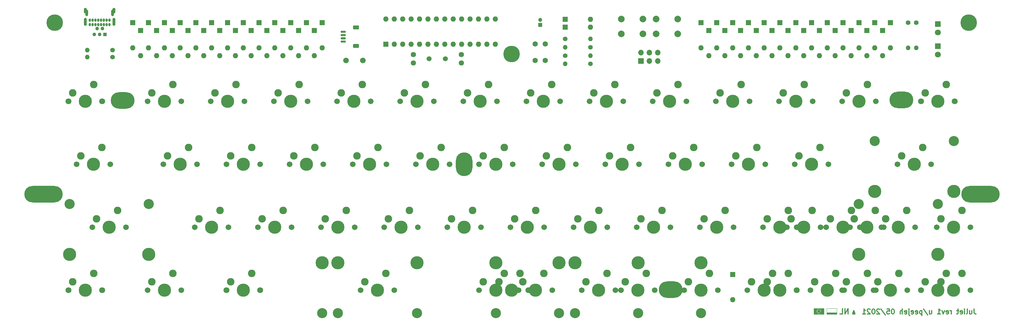
<source format=gbr>
G04 #@! TF.GenerationSoftware,KiCad,Pcbnew,(5.1.10-1-10_14)*
G04 #@! TF.CreationDate,2021-08-20T18:03:13+02:00*
G04 #@! TF.ProjectId,juliet,6a756c69-6574-42e6-9b69-6361645f7063,1*
G04 #@! TF.SameCoordinates,Original*
G04 #@! TF.FileFunction,Soldermask,Bot*
G04 #@! TF.FilePolarity,Negative*
%FSLAX46Y46*%
G04 Gerber Fmt 4.6, Leading zero omitted, Abs format (unit mm)*
G04 Created by KiCad (PCBNEW (5.1.10-1-10_14)) date 2021-08-20 18:03:13*
%MOMM*%
%LPD*%
G01*
G04 APERTURE LIST*
%ADD10C,0.300000*%
%ADD11C,0.120000*%
%ADD12C,0.500000*%
%ADD13C,0.160000*%
%ADD14C,0.100000*%
%ADD15C,3.987800*%
%ADD16C,3.048000*%
%ADD17C,1.701800*%
%ADD18C,2.286000*%
%ADD19C,1.800000*%
%ADD20O,1.600000X1.600000*%
%ADD21R,1.600000X1.600000*%
%ADD22O,0.700000X1.000000*%
%ADD23O,0.900000X2.400000*%
%ADD24O,0.900000X1.700000*%
%ADD25C,1.100000*%
%ADD26R,1.100000X1.100000*%
%ADD27O,0.850000X2.000000*%
%ADD28O,5.000000X7.200000*%
%ADD29O,11.600000X5.000000*%
%ADD30O,7.200000X5.000000*%
%ADD31C,5.000000*%
%ADD32O,1.400000X1.400000*%
%ADD33C,1.400000*%
%ADD34C,1.710000*%
%ADD35R,1.200000X1.200000*%
%ADD36C,1.200000*%
%ADD37C,1.600000*%
%ADD38R,1.700000X1.700000*%
%ADD39O,1.700000X1.700000*%
%ADD40R,1.800000X1.800000*%
%ADD41C,2.000000*%
%ADD42C,1.500000*%
G04 APERTURE END LIST*
D10*
X291913281Y-146220882D02*
X291913281Y-147292311D01*
X291984710Y-147506596D01*
X292127567Y-147649453D01*
X292341853Y-147720882D01*
X292484710Y-147720882D01*
X290556138Y-146720882D02*
X290556138Y-147720882D01*
X291198996Y-146720882D02*
X291198996Y-147506596D01*
X291127567Y-147649453D01*
X290984710Y-147720882D01*
X290770424Y-147720882D01*
X290627567Y-147649453D01*
X290556138Y-147578025D01*
X289627567Y-147720882D02*
X289770424Y-147649453D01*
X289841853Y-147506596D01*
X289841853Y-146220882D01*
X289056138Y-147720882D02*
X289056138Y-146720882D01*
X289056138Y-146220882D02*
X289127567Y-146292311D01*
X289056138Y-146363739D01*
X288984710Y-146292311D01*
X289056138Y-146220882D01*
X289056138Y-146363739D01*
X287770424Y-147649453D02*
X287913281Y-147720882D01*
X288198996Y-147720882D01*
X288341853Y-147649453D01*
X288413281Y-147506596D01*
X288413281Y-146935168D01*
X288341853Y-146792311D01*
X288198996Y-146720882D01*
X287913281Y-146720882D01*
X287770424Y-146792311D01*
X287698996Y-146935168D01*
X287698996Y-147078025D01*
X288413281Y-147220882D01*
X287270424Y-146720882D02*
X286698996Y-146720882D01*
X287056138Y-146220882D02*
X287056138Y-147506596D01*
X286984710Y-147649453D01*
X286841853Y-147720882D01*
X286698996Y-147720882D01*
X285056138Y-147720882D02*
X285056138Y-146720882D01*
X285056138Y-147006596D02*
X284984710Y-146863739D01*
X284913281Y-146792311D01*
X284770424Y-146720882D01*
X284627567Y-146720882D01*
X283556138Y-147649453D02*
X283698996Y-147720882D01*
X283984710Y-147720882D01*
X284127567Y-147649453D01*
X284198996Y-147506596D01*
X284198996Y-146935168D01*
X284127567Y-146792311D01*
X283984710Y-146720882D01*
X283698996Y-146720882D01*
X283556138Y-146792311D01*
X283484710Y-146935168D01*
X283484710Y-147078025D01*
X284198996Y-147220882D01*
X282984710Y-146720882D02*
X282627567Y-147720882D01*
X282270424Y-146720882D01*
X280913281Y-147720882D02*
X281770424Y-147720882D01*
X281341853Y-147720882D02*
X281341853Y-146220882D01*
X281484710Y-146435168D01*
X281627567Y-146578025D01*
X281770424Y-146649453D01*
X278484710Y-146720882D02*
X278484710Y-147720882D01*
X279127567Y-146720882D02*
X279127567Y-147506596D01*
X279056138Y-147649453D01*
X278913281Y-147720882D01*
X278698996Y-147720882D01*
X278556138Y-147649453D01*
X278484710Y-147578025D01*
X276698996Y-146149453D02*
X277984710Y-148078025D01*
X276198996Y-146720882D02*
X276198996Y-148220882D01*
X276198996Y-146792311D02*
X276056138Y-146720882D01*
X275770424Y-146720882D01*
X275627567Y-146792311D01*
X275556138Y-146863739D01*
X275484710Y-147006596D01*
X275484710Y-147435168D01*
X275556138Y-147578025D01*
X275627567Y-147649453D01*
X275770424Y-147720882D01*
X276056138Y-147720882D01*
X276198996Y-147649453D01*
X274270424Y-147649453D02*
X274413281Y-147720882D01*
X274698996Y-147720882D01*
X274841853Y-147649453D01*
X274913281Y-147506596D01*
X274913281Y-146935168D01*
X274841853Y-146792311D01*
X274698996Y-146720882D01*
X274413281Y-146720882D01*
X274270424Y-146792311D01*
X274198996Y-146935168D01*
X274198996Y-147078025D01*
X274913281Y-147220882D01*
X272984710Y-147649453D02*
X273127567Y-147720882D01*
X273413281Y-147720882D01*
X273556138Y-147649453D01*
X273627567Y-147506596D01*
X273627567Y-146935168D01*
X273556138Y-146792311D01*
X273413281Y-146720882D01*
X273127567Y-146720882D01*
X272984710Y-146792311D01*
X272913281Y-146935168D01*
X272913281Y-147078025D01*
X273627567Y-147220882D01*
X272270424Y-146720882D02*
X272270424Y-148006596D01*
X272341853Y-148149453D01*
X272484710Y-148220882D01*
X272556138Y-148220882D01*
X272270424Y-146220882D02*
X272341853Y-146292311D01*
X272270424Y-146363739D01*
X272198996Y-146292311D01*
X272270424Y-146220882D01*
X272270424Y-146363739D01*
X270984710Y-147649453D02*
X271127567Y-147720882D01*
X271413281Y-147720882D01*
X271556138Y-147649453D01*
X271627567Y-147506596D01*
X271627567Y-146935168D01*
X271556138Y-146792311D01*
X271413281Y-146720882D01*
X271127567Y-146720882D01*
X270984710Y-146792311D01*
X270913281Y-146935168D01*
X270913281Y-147078025D01*
X271627567Y-147220882D01*
X270270424Y-147720882D02*
X270270424Y-146220882D01*
X269627567Y-147720882D02*
X269627567Y-146935168D01*
X269698996Y-146792311D01*
X269841853Y-146720882D01*
X270056138Y-146720882D01*
X270198996Y-146792311D01*
X270270424Y-146863739D01*
X267484710Y-146220882D02*
X267341853Y-146220882D01*
X267198995Y-146292311D01*
X267127567Y-146363739D01*
X267056138Y-146506596D01*
X266984710Y-146792311D01*
X266984710Y-147149453D01*
X267056138Y-147435168D01*
X267127567Y-147578025D01*
X267198995Y-147649453D01*
X267341853Y-147720882D01*
X267484710Y-147720882D01*
X267627567Y-147649453D01*
X267698995Y-147578025D01*
X267770424Y-147435168D01*
X267841853Y-147149453D01*
X267841853Y-146792311D01*
X267770424Y-146506596D01*
X267698995Y-146363739D01*
X267627567Y-146292311D01*
X267484710Y-146220882D01*
X265627567Y-146220882D02*
X266341853Y-146220882D01*
X266413281Y-146935168D01*
X266341853Y-146863739D01*
X266198995Y-146792311D01*
X265841853Y-146792311D01*
X265698995Y-146863739D01*
X265627567Y-146935168D01*
X265556138Y-147078025D01*
X265556138Y-147435168D01*
X265627567Y-147578025D01*
X265698995Y-147649453D01*
X265841853Y-147720882D01*
X266198995Y-147720882D01*
X266341853Y-147649453D01*
X266413281Y-147578025D01*
X263841853Y-146149453D02*
X265127567Y-148078025D01*
X263413281Y-146363739D02*
X263341853Y-146292311D01*
X263198995Y-146220882D01*
X262841853Y-146220882D01*
X262698995Y-146292311D01*
X262627567Y-146363739D01*
X262556138Y-146506596D01*
X262556138Y-146649453D01*
X262627567Y-146863739D01*
X263484710Y-147720882D01*
X262556138Y-147720882D01*
X261627567Y-146220882D02*
X261484710Y-146220882D01*
X261341853Y-146292311D01*
X261270424Y-146363739D01*
X261198995Y-146506596D01*
X261127567Y-146792311D01*
X261127567Y-147149453D01*
X261198995Y-147435168D01*
X261270424Y-147578025D01*
X261341853Y-147649453D01*
X261484710Y-147720882D01*
X261627567Y-147720882D01*
X261770424Y-147649453D01*
X261841853Y-147578025D01*
X261913281Y-147435168D01*
X261984710Y-147149453D01*
X261984710Y-146792311D01*
X261913281Y-146506596D01*
X261841853Y-146363739D01*
X261770424Y-146292311D01*
X261627567Y-146220882D01*
X260556138Y-146363739D02*
X260484710Y-146292311D01*
X260341853Y-146220882D01*
X259984710Y-146220882D01*
X259841853Y-146292311D01*
X259770424Y-146363739D01*
X259698995Y-146506596D01*
X259698995Y-146649453D01*
X259770424Y-146863739D01*
X260627567Y-147720882D01*
X259698995Y-147720882D01*
X258270424Y-147720882D02*
X259127567Y-147720882D01*
X258698995Y-147720882D02*
X258698995Y-146220882D01*
X258841853Y-146435168D01*
X258984710Y-146578025D01*
X259127567Y-146649453D01*
X253883511Y-147708809D02*
X253883511Y-146108809D01*
X252969226Y-147708809D01*
X252969226Y-146108809D01*
X251445416Y-147708809D02*
X252207321Y-147708809D01*
X252207321Y-146108809D01*
D11*
G36*
X245078750Y-147685000D02*
G01*
X244878750Y-147685000D01*
X244478750Y-147485000D01*
X244278750Y-147085000D01*
X244278750Y-146685000D01*
X244478750Y-146285000D01*
X244778750Y-146085000D01*
X245078750Y-146085000D01*
X245078750Y-145985000D01*
X243578750Y-145985000D01*
X243578750Y-147785000D01*
X245078750Y-147785000D01*
X245078750Y-147685000D01*
G37*
X245078750Y-147685000D02*
X244878750Y-147685000D01*
X244478750Y-147485000D01*
X244278750Y-147085000D01*
X244278750Y-146685000D01*
X244478750Y-146285000D01*
X244778750Y-146085000D01*
X245078750Y-146085000D01*
X245078750Y-145985000D01*
X243578750Y-145985000D01*
X243578750Y-147785000D01*
X245078750Y-147785000D01*
X245078750Y-147685000D01*
G36*
X245078750Y-146085000D02*
G01*
X245278750Y-146085000D01*
X245678750Y-146285000D01*
X245878750Y-146685000D01*
X245878750Y-147085000D01*
X245678750Y-147485000D01*
X245378750Y-147685000D01*
X245078750Y-147685000D01*
X245078750Y-147785000D01*
X246578750Y-147785000D01*
X246578750Y-145985000D01*
X245078750Y-145985000D01*
X245078750Y-146085000D01*
G37*
X245078750Y-146085000D02*
X245278750Y-146085000D01*
X245678750Y-146285000D01*
X245878750Y-146685000D01*
X245878750Y-147085000D01*
X245678750Y-147485000D01*
X245378750Y-147685000D01*
X245078750Y-147685000D01*
X245078750Y-147785000D01*
X246578750Y-147785000D01*
X246578750Y-145985000D01*
X245078750Y-145985000D01*
X245078750Y-146085000D01*
D12*
X245302357Y-146885000D02*
G75*
G03*
X245302357Y-146885000I-223607J0D01*
G01*
D13*
X245840327Y-146885000D02*
G75*
G03*
X245840327Y-146885000I-761577J0D01*
G01*
D14*
G36*
X255178750Y-147385000D02*
G01*
X255178750Y-147785000D01*
X255978750Y-147785000D01*
X255978750Y-147385000D01*
X255678750Y-146485000D01*
X255478750Y-146485000D01*
X255178750Y-147385000D01*
G37*
X255178750Y-147385000D02*
X255178750Y-147785000D01*
X255978750Y-147785000D01*
X255978750Y-147385000D01*
X255678750Y-146485000D01*
X255478750Y-146485000D01*
X255178750Y-147385000D01*
D11*
X250478750Y-145985000D02*
X247478750Y-145985000D01*
X247478750Y-145985000D02*
X247478750Y-147785000D01*
X247478750Y-147785000D02*
X250478750Y-147785000D01*
X250478750Y-147785000D02*
X250478750Y-145985000D01*
D14*
G36*
X247478750Y-147785000D02*
G01*
X250478750Y-147785000D01*
X250478750Y-147285000D01*
X247478750Y-147285000D01*
X247478750Y-147785000D01*
G37*
X247478750Y-147785000D02*
X250478750Y-147785000D01*
X250478750Y-147285000D01*
X247478750Y-147285000D01*
X247478750Y-147785000D01*
D11*
X245220171Y-146285000D02*
G75*
G03*
X245220171Y-146285000I-141421J0D01*
G01*
X245220171Y-147485000D02*
G75*
G03*
X245220171Y-147485000I-141421J0D01*
G01*
X244620171Y-146885000D02*
G75*
G03*
X244620171Y-146885000I-141421J0D01*
G01*
X245820171Y-146885000D02*
G75*
G03*
X245820171Y-146885000I-141421J0D01*
G01*
X245720171Y-146585000D02*
G75*
G03*
X245720171Y-146585000I-141421J0D01*
G01*
X245520171Y-146385000D02*
G75*
G03*
X245520171Y-146385000I-141421J0D01*
G01*
X244920171Y-146385000D02*
G75*
G03*
X244920171Y-146385000I-141421J0D01*
G01*
X244720171Y-146585000D02*
G75*
G03*
X244720171Y-146585000I-141421J0D01*
G01*
X244720171Y-147185000D02*
G75*
G03*
X244720171Y-147185000I-141421J0D01*
G01*
X244920171Y-147385000D02*
G75*
G03*
X244920171Y-147385000I-141421J0D01*
G01*
X245520171Y-147385000D02*
G75*
G03*
X245520171Y-147385000I-141421J0D01*
G01*
X245720171Y-147185000D02*
G75*
G03*
X245720171Y-147185000I-141421J0D01*
G01*
D15*
X166655750Y-132238750D03*
X190531750Y-132238750D03*
D16*
X166655750Y-147478750D03*
X190531750Y-147478750D03*
D17*
X173513750Y-140493750D03*
X183673750Y-140493750D03*
D15*
X178593750Y-140493750D03*
D18*
X174783750Y-137953750D03*
X181133750Y-135413750D03*
D15*
X147605750Y-132238750D03*
X171481750Y-132238750D03*
D16*
X147605750Y-147478750D03*
X171481750Y-147478750D03*
D17*
X154463750Y-140493750D03*
X164623750Y-140493750D03*
D15*
X159543750Y-140493750D03*
D18*
X155733750Y-137953750D03*
X162083750Y-135413750D03*
D15*
X99980750Y-132238750D03*
X123856750Y-132238750D03*
D16*
X99980750Y-147478750D03*
X123856750Y-147478750D03*
D17*
X106838750Y-140493750D03*
X116998750Y-140493750D03*
D15*
X111918750Y-140493750D03*
D18*
X108108750Y-137953750D03*
X114458750Y-135413750D03*
D15*
X281019250Y-129698750D03*
X257143250Y-129698750D03*
D16*
X281019250Y-114458750D03*
X257143250Y-114458750D03*
D17*
X274161250Y-121443750D03*
X264001250Y-121443750D03*
D15*
X269081250Y-121443750D03*
D18*
X265271250Y-118903750D03*
X271621250Y-116363750D03*
D15*
X95250000Y-132238750D03*
X209550000Y-132238750D03*
D16*
X95250000Y-147478750D03*
X209550000Y-147478750D03*
D19*
X147320000Y-140493750D03*
X157480000Y-140493750D03*
D15*
X152400000Y-140493750D03*
D18*
X148590000Y-137953750D03*
X154940000Y-135413750D03*
D17*
X214630000Y-140493750D03*
X204470000Y-140493750D03*
D15*
X209550000Y-140493750D03*
D18*
X205740000Y-137953750D03*
X212090000Y-135413750D03*
D17*
X195580000Y-140493750D03*
X185420000Y-140493750D03*
D15*
X190500000Y-140493750D03*
D18*
X186690000Y-137953750D03*
X193040000Y-135413750D03*
D17*
X152717500Y-140493750D03*
X142557500Y-140493750D03*
D15*
X147637500Y-140493750D03*
D18*
X143827500Y-137953750D03*
X150177500Y-135413750D03*
D20*
X219075000Y-143351250D03*
D21*
X219075000Y-135731250D03*
D22*
X25136968Y-60145127D03*
X25986968Y-60145127D03*
X26836968Y-60145127D03*
X27686968Y-60145127D03*
X28536968Y-60145127D03*
X29386968Y-60145127D03*
X30236968Y-60145127D03*
X31086968Y-60145127D03*
X25986968Y-58795127D03*
X27686968Y-58795127D03*
X26836968Y-58795127D03*
X25136968Y-58795127D03*
X29386968Y-58795127D03*
X30236968Y-58795127D03*
X31086968Y-58795127D03*
X28536968Y-58795127D03*
D23*
X23786968Y-59315127D03*
X32436968Y-59315127D03*
D24*
X23786968Y-55935127D03*
X32436968Y-55935127D03*
D25*
X27308968Y-61339127D03*
X26508968Y-63089127D03*
X28108968Y-63089127D03*
X28908968Y-61339127D03*
D26*
X29708968Y-63089127D03*
D27*
X24208968Y-56639127D03*
X32008968Y-56639127D03*
D20*
X219075000Y-67151250D03*
D21*
X219075000Y-59531250D03*
D20*
X245268750Y-69532500D03*
D21*
X245268750Y-61912500D03*
D28*
X138112616Y-102393836D03*
D29*
X293846250Y-111442500D03*
D30*
X35004375Y-83105625D03*
D15*
X285781750Y-110648750D03*
X261905750Y-110648750D03*
D16*
X285781750Y-95408750D03*
X261905750Y-95408750D03*
D17*
X278923750Y-102393750D03*
X268763750Y-102393750D03*
D15*
X273843750Y-102393750D03*
D18*
X270033750Y-99853750D03*
X276383750Y-97313750D03*
D15*
X42894250Y-129698750D03*
X19018250Y-129698750D03*
D16*
X42894250Y-114458750D03*
X19018250Y-114458750D03*
D17*
X36036250Y-121443750D03*
X25876250Y-121443750D03*
D15*
X30956250Y-121443750D03*
D18*
X27146250Y-118903750D03*
X33496250Y-116363750D03*
D17*
X264636250Y-121443750D03*
X254476250Y-121443750D03*
D15*
X259556250Y-121443750D03*
D18*
X255746250Y-118903750D03*
X262096250Y-116363750D03*
D17*
X245586250Y-121443750D03*
X235426250Y-121443750D03*
D15*
X240506250Y-121443750D03*
D18*
X236696250Y-118903750D03*
X243046250Y-116363750D03*
D17*
X31273750Y-102393836D03*
X21113750Y-102393836D03*
D15*
X26193750Y-102393836D03*
D18*
X22383750Y-99853836D03*
X28733750Y-97313836D03*
D19*
X76517500Y-140493750D03*
X66357500Y-140493750D03*
D15*
X71437500Y-140493750D03*
D18*
X67627500Y-137953750D03*
X73977500Y-135413750D03*
D19*
X28892500Y-140493750D03*
X18732500Y-140493750D03*
D15*
X23812500Y-140493750D03*
D18*
X20002500Y-137953750D03*
X26352500Y-135413750D03*
D19*
X286067500Y-140493750D03*
X275907500Y-140493750D03*
D15*
X280987500Y-140493750D03*
D18*
X277177500Y-137953750D03*
X283527500Y-135413750D03*
D19*
X286067500Y-83343750D03*
X275907500Y-83343750D03*
D15*
X280987500Y-83343750D03*
D18*
X277177500Y-80803750D03*
X283527500Y-78263750D03*
D19*
X238442500Y-140493750D03*
X228282500Y-140493750D03*
D15*
X233362500Y-140493750D03*
D18*
X229552500Y-137953750D03*
X235902500Y-135413750D03*
D19*
X28892500Y-83343750D03*
X18732500Y-83343750D03*
D15*
X23812500Y-83343750D03*
D18*
X20002500Y-80803750D03*
X26352500Y-78263750D03*
D29*
X11191875Y-111442500D03*
D31*
X290274375Y-59531250D03*
D30*
X269960000Y-82970000D03*
X200380000Y-140310000D03*
D31*
X152400000Y-69056250D03*
X14525625Y-59531250D03*
D21*
X226218750Y-61912500D03*
D20*
X226218750Y-69532500D03*
X54768750Y-69532500D03*
D21*
X54768750Y-61912500D03*
D17*
X71755000Y-83343750D03*
X61595000Y-83343750D03*
D15*
X66675000Y-83343750D03*
D18*
X62865000Y-80803750D03*
X69215000Y-78263750D03*
D20*
X264318750Y-69532500D03*
D21*
X264318750Y-61912500D03*
D20*
X261937500Y-67151250D03*
D21*
X261937500Y-59531250D03*
D17*
X290830000Y-140493750D03*
X280670000Y-140493750D03*
D15*
X285750000Y-140493750D03*
D18*
X281940000Y-137953750D03*
X288290000Y-135413750D03*
D17*
X271780000Y-140493750D03*
X261620000Y-140493750D03*
D15*
X266700000Y-140493750D03*
D18*
X262890000Y-137953750D03*
X269240000Y-135413750D03*
D17*
X290830000Y-121443750D03*
X280670000Y-121443750D03*
D15*
X285750000Y-121443750D03*
D18*
X281940000Y-118903750D03*
X288290000Y-116363750D03*
D17*
X257492500Y-121443750D03*
X247332500Y-121443750D03*
D15*
X252412500Y-121443750D03*
D18*
X248602500Y-118903750D03*
X254952500Y-116363750D03*
D17*
X262255000Y-83343750D03*
X252095000Y-83343750D03*
D15*
X257175000Y-83343750D03*
D18*
X253365000Y-80803750D03*
X259715000Y-78263750D03*
D17*
X252730000Y-140493750D03*
X242570000Y-140493750D03*
D15*
X247650000Y-140493750D03*
D18*
X243840000Y-137953750D03*
X250190000Y-135413750D03*
D17*
X233680000Y-140493750D03*
X223520000Y-140493750D03*
D15*
X228600000Y-140493750D03*
D18*
X224790000Y-137953750D03*
X231140000Y-135413750D03*
D17*
X238442500Y-121443750D03*
X228282500Y-121443750D03*
D15*
X233362500Y-121443750D03*
D18*
X229552500Y-118903750D03*
X235902500Y-116363750D03*
D17*
X247967500Y-102393750D03*
X237807500Y-102393750D03*
D15*
X242887500Y-102393750D03*
D18*
X239077500Y-99853750D03*
X245427500Y-97313750D03*
D17*
X228917500Y-102393750D03*
X218757500Y-102393750D03*
D15*
X223837500Y-102393750D03*
D18*
X220027500Y-99853750D03*
X226377500Y-97313750D03*
D17*
X243205000Y-83343750D03*
X233045000Y-83343750D03*
D15*
X238125000Y-83343750D03*
D18*
X234315000Y-80803750D03*
X240665000Y-78263750D03*
D17*
X224155000Y-83343750D03*
X213995000Y-83343750D03*
D15*
X219075000Y-83343750D03*
D18*
X215265000Y-80803750D03*
X221615000Y-78263750D03*
D17*
X219392500Y-121443750D03*
X209232500Y-121443750D03*
D15*
X214312500Y-121443750D03*
D18*
X210502500Y-118903750D03*
X216852500Y-116363750D03*
D17*
X200342500Y-121443750D03*
X190182500Y-121443750D03*
D15*
X195262500Y-121443750D03*
D18*
X191452500Y-118903750D03*
X197802500Y-116363750D03*
D17*
X209867500Y-102393750D03*
X199707500Y-102393750D03*
D15*
X204787500Y-102393750D03*
D18*
X200977500Y-99853750D03*
X207327500Y-97313750D03*
D17*
X190817500Y-102393750D03*
X180657500Y-102393750D03*
D15*
X185737500Y-102393750D03*
D18*
X181927500Y-99853750D03*
X188277500Y-97313750D03*
D17*
X205105000Y-83343750D03*
X194945000Y-83343750D03*
D15*
X200025000Y-83343750D03*
D18*
X196215000Y-80803750D03*
X202565000Y-78263750D03*
D17*
X181292500Y-121443750D03*
X171132500Y-121443750D03*
D15*
X176212500Y-121443750D03*
D18*
X172402500Y-118903750D03*
X178752500Y-116363750D03*
D17*
X162242500Y-121443750D03*
X152082500Y-121443750D03*
D15*
X157162500Y-121443750D03*
D18*
X153352500Y-118903750D03*
X159702500Y-116363750D03*
D17*
X171767500Y-102393750D03*
X161607500Y-102393750D03*
D15*
X166687500Y-102393750D03*
D18*
X162877500Y-99853750D03*
X169227500Y-97313750D03*
D17*
X186055000Y-83343750D03*
X175895000Y-83343750D03*
D15*
X180975000Y-83343750D03*
D18*
X177165000Y-80803750D03*
X183515000Y-78263750D03*
D17*
X167005000Y-83343750D03*
X156845000Y-83343750D03*
D15*
X161925000Y-83343750D03*
D18*
X158115000Y-80803750D03*
X164465000Y-78263750D03*
D17*
X143192500Y-121443750D03*
X133032500Y-121443750D03*
D15*
X138112500Y-121443750D03*
D18*
X134302500Y-118903750D03*
X140652500Y-116363750D03*
D17*
X124142500Y-121443750D03*
X113982500Y-121443750D03*
D15*
X119062500Y-121443750D03*
D18*
X115252500Y-118903750D03*
X121602500Y-116363750D03*
D17*
X152717500Y-102393750D03*
X142557500Y-102393750D03*
D15*
X147637500Y-102393750D03*
D18*
X143827500Y-99853750D03*
X150177500Y-97313750D03*
D17*
X133667500Y-102393750D03*
X123507500Y-102393750D03*
D15*
X128587500Y-102393750D03*
D18*
X124777500Y-99853750D03*
X131127500Y-97313750D03*
D17*
X147955000Y-83343750D03*
X137795000Y-83343750D03*
D15*
X142875000Y-83343750D03*
D18*
X139065000Y-80803750D03*
X145415000Y-78263750D03*
D17*
X128905000Y-83343750D03*
X118745000Y-83343750D03*
D15*
X123825000Y-83343750D03*
D18*
X120015000Y-80803750D03*
X126365000Y-78263750D03*
D17*
X105092500Y-121443750D03*
X94932500Y-121443750D03*
D15*
X100012500Y-121443750D03*
D18*
X96202500Y-118903750D03*
X102552500Y-116363750D03*
D17*
X114617500Y-102393750D03*
X104457500Y-102393750D03*
D15*
X109537500Y-102393750D03*
D18*
X105727500Y-99853750D03*
X112077500Y-97313750D03*
D17*
X95567500Y-102393750D03*
X85407500Y-102393750D03*
D15*
X90487500Y-102393750D03*
D18*
X86677500Y-99853750D03*
X93027500Y-97313750D03*
D17*
X109855000Y-83343750D03*
X99695000Y-83343750D03*
D15*
X104775000Y-83343750D03*
D18*
X100965000Y-80803750D03*
X107315000Y-78263750D03*
D17*
X90805000Y-83343750D03*
X80645000Y-83343750D03*
D15*
X85725000Y-83343750D03*
D18*
X81915000Y-80803750D03*
X88265000Y-78263750D03*
D17*
X86042500Y-121443750D03*
X75882500Y-121443750D03*
D15*
X80962500Y-121443750D03*
D18*
X77152500Y-118903750D03*
X83502500Y-116363750D03*
D17*
X66992500Y-121443750D03*
X56832500Y-121443750D03*
D15*
X61912500Y-121443750D03*
D18*
X58102500Y-118903750D03*
X64452500Y-116363750D03*
D17*
X76517500Y-102393750D03*
X66357500Y-102393750D03*
D15*
X71437500Y-102393750D03*
D18*
X67627500Y-99853750D03*
X73977500Y-97313750D03*
D17*
X57467500Y-102393750D03*
X47307500Y-102393750D03*
D15*
X52387500Y-102393750D03*
D18*
X48577500Y-99853750D03*
X54927500Y-97313750D03*
D17*
X52705000Y-140493750D03*
X42545000Y-140493750D03*
D15*
X47625000Y-140493750D03*
D18*
X43815000Y-137953750D03*
X50165000Y-135413750D03*
D17*
X52705000Y-83343820D03*
X42545000Y-83343820D03*
D15*
X47625000Y-83343820D03*
D18*
X43815000Y-80803820D03*
X50165000Y-78263820D03*
D17*
X262255000Y-140493750D03*
X252095000Y-140493750D03*
D15*
X257175000Y-140493750D03*
D18*
X253365000Y-137953750D03*
X259715000Y-135413750D03*
D32*
X176212500Y-64500000D03*
D33*
X168592500Y-64500000D03*
D32*
X168592500Y-67000000D03*
D33*
X176212500Y-67000000D03*
D34*
X107540000Y-70961250D03*
X102460000Y-70961250D03*
D21*
X57150000Y-59531250D03*
D20*
X57150000Y-67151250D03*
D21*
X42862500Y-59531250D03*
D20*
X42862500Y-67151250D03*
D21*
X228600000Y-59531250D03*
D20*
X228600000Y-67151250D03*
D21*
X266700000Y-59531250D03*
D20*
X266700000Y-67151250D03*
X88106250Y-69532500D03*
D21*
X88106250Y-61912500D03*
D35*
X161000000Y-60245625D03*
D36*
X161000000Y-58745625D03*
D37*
X159500000Y-66000000D03*
X159500000Y-71000000D03*
X162500000Y-71000000D03*
X162500000Y-66000000D03*
X137250000Y-71750000D03*
X137250000Y-69250000D03*
X122750000Y-69250000D03*
X122750000Y-71750000D03*
D38*
X191452500Y-71199375D03*
D39*
X191452500Y-68659375D03*
X193992500Y-71199375D03*
X193992500Y-68659375D03*
X196532500Y-71199375D03*
X196532500Y-68659375D03*
D40*
X280987500Y-66675000D03*
D19*
X280987500Y-69215000D03*
D41*
X202500000Y-58500000D03*
X202500000Y-63000000D03*
X196000000Y-58500000D03*
X196000000Y-63000000D03*
X185500000Y-63000000D03*
X185500000Y-58500000D03*
X192000000Y-63000000D03*
X192000000Y-58500000D03*
D42*
X127517500Y-70485000D03*
X132397500Y-70485000D03*
D21*
X114480000Y-66120000D03*
D20*
X147500000Y-58500000D03*
X117020000Y-66120000D03*
X144960000Y-58500000D03*
X119560000Y-66120000D03*
X142420000Y-58500000D03*
X122100000Y-66120000D03*
X139880000Y-58500000D03*
X124640000Y-66120000D03*
X137340000Y-58500000D03*
X127180000Y-66120000D03*
X134800000Y-58500000D03*
X129720000Y-66120000D03*
X132260000Y-58500000D03*
X132260000Y-66120000D03*
X129720000Y-58500000D03*
X134800000Y-66120000D03*
X127180000Y-58500000D03*
X137340000Y-66120000D03*
X124640000Y-58500000D03*
X139880000Y-66120000D03*
X122100000Y-58500000D03*
X142420000Y-66120000D03*
X119560000Y-58500000D03*
X144960000Y-66120000D03*
X117020000Y-58500000D03*
X147500000Y-66120000D03*
X114480000Y-58500000D03*
D21*
X168592500Y-60960000D03*
D20*
X176212500Y-60960000D03*
X176212500Y-58578750D03*
D21*
X168592500Y-58578750D03*
X38100000Y-59531250D03*
D20*
X38100000Y-67151250D03*
D21*
X59531250Y-61912500D03*
D20*
X59531250Y-69532500D03*
X71437500Y-67151250D03*
D21*
X71437500Y-59531250D03*
X95250000Y-59531250D03*
D20*
X95250000Y-67151250D03*
D21*
X223837500Y-59531250D03*
D20*
X223837500Y-67151250D03*
X240506250Y-69532500D03*
D21*
X240506250Y-61912500D03*
X50006250Y-61912500D03*
D20*
X50006250Y-69532500D03*
D21*
X52387500Y-59531250D03*
D20*
X52387500Y-67151250D03*
X83343750Y-69532500D03*
D21*
X83343750Y-61912500D03*
D20*
X92868750Y-69532500D03*
D21*
X92868750Y-61912500D03*
X209550000Y-59531250D03*
D20*
X209550000Y-67151250D03*
X221456250Y-69532500D03*
D21*
X221456250Y-61912500D03*
X235743750Y-61912500D03*
D20*
X235743750Y-69532500D03*
D21*
X250031250Y-61912500D03*
D20*
X250031250Y-69532500D03*
X40481250Y-69532500D03*
D21*
X40481250Y-61912500D03*
D20*
X61912500Y-67151250D03*
D21*
X61912500Y-59531250D03*
D20*
X66675000Y-67151250D03*
D21*
X66675000Y-59531250D03*
X85725000Y-59531250D03*
D20*
X85725000Y-67151250D03*
D21*
X211931250Y-61912500D03*
D20*
X211931250Y-69532500D03*
D21*
X242887500Y-59531250D03*
D20*
X242887500Y-67151250D03*
D21*
X254793750Y-61912500D03*
D20*
X254793750Y-69532500D03*
X76200000Y-67151250D03*
D21*
X76200000Y-59531250D03*
X90487500Y-59531250D03*
D20*
X90487500Y-67151250D03*
D21*
X214312500Y-59531250D03*
D20*
X214312500Y-67151250D03*
D21*
X238125000Y-59531250D03*
D20*
X238125000Y-67151250D03*
D21*
X257175000Y-59531250D03*
D20*
X257175000Y-67151250D03*
X45243750Y-69532500D03*
D21*
X45243750Y-61912500D03*
D20*
X64293750Y-69532500D03*
D21*
X64293750Y-61912500D03*
D20*
X69056250Y-69532500D03*
D21*
X69056250Y-61912500D03*
D20*
X78581250Y-69532500D03*
D21*
X78581250Y-61912500D03*
D20*
X233362500Y-67151250D03*
D21*
X233362500Y-59531250D03*
D20*
X259556250Y-69532500D03*
D21*
X259556250Y-61912500D03*
X47625000Y-59531250D03*
D20*
X47625000Y-67151250D03*
D21*
X73818750Y-61912500D03*
D20*
X73818750Y-69532500D03*
D21*
X80962500Y-59531250D03*
D20*
X80962500Y-67151250D03*
D21*
X230981250Y-61912500D03*
D20*
X230981250Y-69532500D03*
D21*
X247650000Y-59531250D03*
D20*
X247650000Y-67151250D03*
D21*
X252412500Y-59531250D03*
D20*
X252412500Y-67151250D03*
D40*
X280987500Y-59960000D03*
D19*
X280987500Y-62500000D03*
D21*
X216693750Y-61912500D03*
D20*
X216693750Y-69532500D03*
D32*
X168592500Y-72000000D03*
D33*
X176212500Y-72000000D03*
X168592500Y-69532500D03*
D32*
X176212500Y-69532500D03*
X274500000Y-67151250D03*
D33*
X274500000Y-59531250D03*
X272000000Y-59531250D03*
D32*
X272000000Y-67151250D03*
G36*
G01*
X100959375Y-62017500D02*
X102209375Y-62017500D01*
G75*
G02*
X102359375Y-62167500I0J-150000D01*
G01*
X102359375Y-62467500D01*
G75*
G02*
X102209375Y-62617500I-150000J0D01*
G01*
X100959375Y-62617500D01*
G75*
G02*
X100809375Y-62467500I0J150000D01*
G01*
X100809375Y-62167500D01*
G75*
G02*
X100959375Y-62017500I150000J0D01*
G01*
G37*
G36*
G01*
X100959375Y-63017500D02*
X102209375Y-63017500D01*
G75*
G02*
X102359375Y-63167500I0J-150000D01*
G01*
X102359375Y-63467500D01*
G75*
G02*
X102209375Y-63617500I-150000J0D01*
G01*
X100959375Y-63617500D01*
G75*
G02*
X100809375Y-63467500I0J150000D01*
G01*
X100809375Y-63167500D01*
G75*
G02*
X100959375Y-63017500I150000J0D01*
G01*
G37*
G36*
G01*
X100959375Y-64017500D02*
X102209375Y-64017500D01*
G75*
G02*
X102359375Y-64167500I0J-150000D01*
G01*
X102359375Y-64467500D01*
G75*
G02*
X102209375Y-64617500I-150000J0D01*
G01*
X100959375Y-64617500D01*
G75*
G02*
X100809375Y-64467500I0J150000D01*
G01*
X100809375Y-64167500D01*
G75*
G02*
X100959375Y-64017500I150000J0D01*
G01*
G37*
G36*
G01*
X100959375Y-65017500D02*
X102209375Y-65017500D01*
G75*
G02*
X102359375Y-65167500I0J-150000D01*
G01*
X102359375Y-65467500D01*
G75*
G02*
X102209375Y-65617500I-150000J0D01*
G01*
X100959375Y-65617500D01*
G75*
G02*
X100809375Y-65467500I0J150000D01*
G01*
X100809375Y-65167500D01*
G75*
G02*
X100959375Y-65017500I150000J0D01*
G01*
G37*
G36*
G01*
X104809374Y-60417500D02*
X106109376Y-60417500D01*
G75*
G02*
X106359375Y-60667499I0J-249999D01*
G01*
X106359375Y-61367501D01*
G75*
G02*
X106109376Y-61617500I-249999J0D01*
G01*
X104809374Y-61617500D01*
G75*
G02*
X104559375Y-61367501I0J249999D01*
G01*
X104559375Y-60667499D01*
G75*
G02*
X104809374Y-60417500I249999J0D01*
G01*
G37*
G36*
G01*
X104809374Y-66017500D02*
X106109376Y-66017500D01*
G75*
G02*
X106359375Y-66267499I0J-249999D01*
G01*
X106359375Y-66967501D01*
G75*
G02*
X106109376Y-67217500I-249999J0D01*
G01*
X104809374Y-67217500D01*
G75*
G02*
X104559375Y-66967501I0J249999D01*
G01*
X104559375Y-66267499D01*
G75*
G02*
X104809374Y-66017500I249999J0D01*
G01*
G37*
X24389432Y-67865625D03*
D33*
X32009432Y-67865625D03*
X32009432Y-70008750D03*
D32*
X24389432Y-70008750D03*
M02*

</source>
